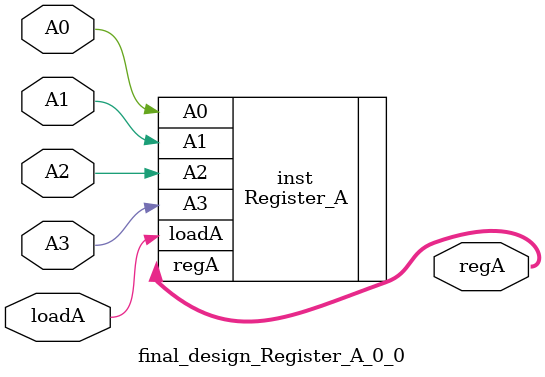
<source format=v>



// IP VLNV: xilinx.com:module_ref:Register_A:1.0
// IP Revision: 1

(* X_CORE_INFO = "Register_A,Vivado 2019.2" *)
(* CHECK_LICENSE_TYPE = "final_design_Register_A_0_0,Register_A,{}" *)
(* CORE_GENERATION_INFO = "final_design_Register_A_0_0,Register_A,{x_ipProduct=Vivado 2019.2,x_ipVendor=xilinx.com,x_ipLibrary=module_ref,x_ipName=Register_A,x_ipVersion=1.0,x_ipCoreRevision=1,x_ipLanguage=VERILOG,x_ipSimLanguage=MIXED}" *)
(* IP_DEFINITION_SOURCE = "module_ref" *)
(* DowngradeIPIdentifiedWarnings = "yes" *)
module final_design_Register_A_0_0 (
  A0,
  A1,
  A2,
  A3,
  loadA,
  regA
);

input wire A0;
input wire A1;
input wire A2;
input wire A3;
input wire loadA;
output wire [7 : 0] regA;

  Register_A inst (
    .A0(A0),
    .A1(A1),
    .A2(A2),
    .A3(A3),
    .loadA(loadA),
    .regA(regA)
  );
endmodule

</source>
